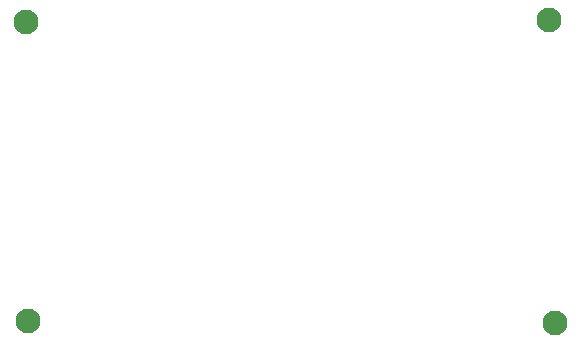
<source format=gbr>
%TF.GenerationSoftware,KiCad,Pcbnew,9.0.0*%
%TF.CreationDate,2025-05-30T17:41:20+05:30*%
%TF.ProjectId,MCU datalogger,4d435520-6461-4746-916c-6f676765722e,1*%
%TF.SameCoordinates,Original*%
%TF.FileFunction,NonPlated,1,2,NPTH,Drill*%
%TF.FilePolarity,Positive*%
%FSLAX46Y46*%
G04 Gerber Fmt 4.6, Leading zero omitted, Abs format (unit mm)*
G04 Created by KiCad (PCBNEW 9.0.0) date 2025-05-30 17:41:20*
%MOMM*%
%LPD*%
G01*
G04 APERTURE LIST*
%TA.AperFunction,ComponentDrill*%
%ADD10C,2.100000*%
%TD*%
G04 APERTURE END LIST*
D10*
%TO.C,H2*%
X65836800Y-88925400D03*
%TO.C,H1*%
X65989200Y-114274600D03*
%TO.C,H3*%
X110100000Y-88790000D03*
%TO.C,H4*%
X110566200Y-114452400D03*
M02*

</source>
